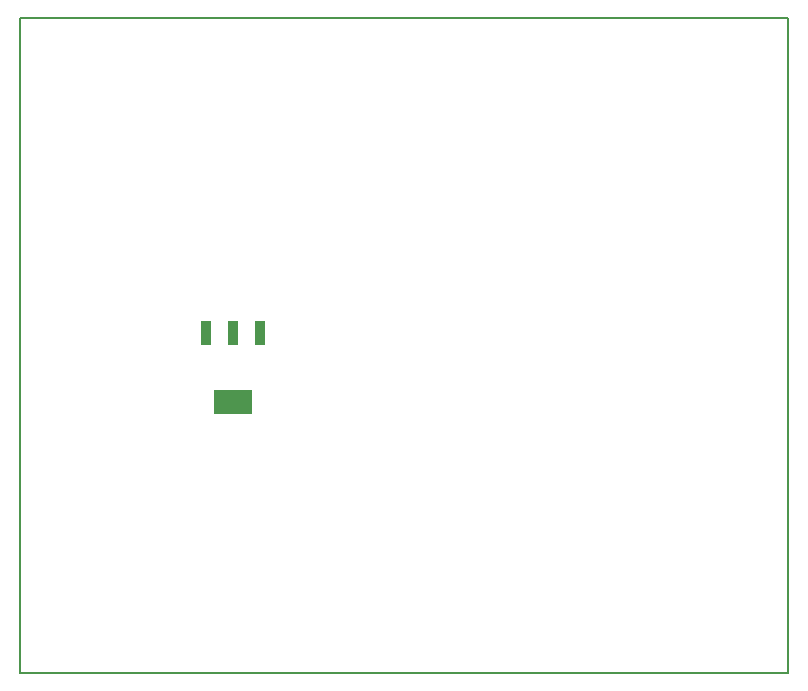
<source format=gbr>
G04 PROTEUS GERBER X2 FILE*
%TF.GenerationSoftware,Labcenter,Proteus,8.6-SP2-Build23525*%
%TF.CreationDate,2023-02-23T10:19:36+00:00*%
%TF.FileFunction,Paste,Bot*%
%TF.FilePolarity,Positive*%
%TF.Part,Single*%
%FSLAX45Y45*%
%MOMM*%
G01*
%TA.AperFunction,Material*%
%ADD23R,0.939800X2.159000*%
%ADD24R,3.251200X2.159000*%
%TA.AperFunction,Profile*%
%ADD16C,0.203200*%
%TD.AperFunction*%
D23*
X+1170000Y+2030000D03*
X+1400000Y+2030000D03*
X+1630000Y+2030000D03*
D24*
X+1400000Y+1450000D03*
D16*
X-400000Y-850000D02*
X+6100000Y-850000D01*
X+6100000Y+4700000D01*
X-400000Y+4700000D01*
X-400000Y-850000D01*
M02*

</source>
